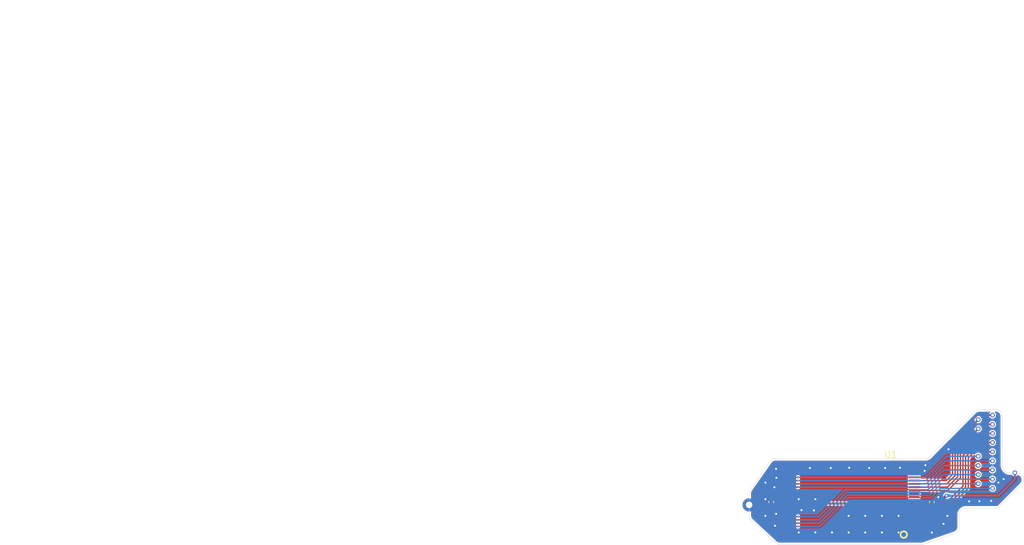
<source format=kicad_pcb>
(kicad_pcb (version 20240108) (generator "pcbnew") (generator_version "8.0")
  (layers (0 "F.Cu" signal) (31 "B.Cu" signal) (34 "B.Paste" user) (35 "F.Paste" user) (36 "B.SilkS" user "B.Silkscreen") (37 "F.SilkS" user "F.Silkscreen") (38 "B.Mask" user) (39 "F.Mask" user) (44 "Edge.Cuts" user))
  (net 0 "")
  (net 1 "GND")
  (net 2 "3v3")
  (net 3 "IO7")
  (net 4 "IO5")
  (net 5 "IO3")
  (net 6 "WE")
  (net 7 "IO6")
  (net 8 "IO2")
  (net 9 "IO1")
  (net 10 "RE")
  (net 11 "IO4")
  (net 12 "CLE")
  (net 13 "IO0")
  (net 14 "ALE")
  (net 15 "WP")
  (net 17 "RB")
  (net 18 "CE")
  (footprint "wiiu-nand-thing:wii-single-via-0.5mm" (layer "F.Cu") (at 139.32 63.83)
    (property "Reference" "J32" (hide yes))
    (property "Value" "Conn_01x01" (hide yes))
    (pad "1" thru_hole circle (at 0 0 270) (size 0.7 0.7) (drill 0.4) (layers "*.Cu" "*.Mask") (net 7 "IO6"))
  )
  (footprint "wiiu-nand-thing:wii-single-via-0.5mm" (layer "F.Cu") (at 141.51 58.96)
    (property "Reference" "J32" (hide yes))
    (property "Value" "Conn_01x01" (hide yes))
    (pad "1" thru_hole circle (at 0 0 270) (size 0.7 0.508) (drill 0.4) (layers "*.Cu" "*.Mask") (net 17 "RB"))
  )
  (footprint "wiiu-nand-thing:wii-single-via-0.5mm" (layer "F.Cu") (at 139.32 62.44)
    (property "Reference" "J32" (hide yes))
    (property "Value" "Conn_01x01" (hide yes))
    (pad "1" thru_hole circle (at 0 0 270) (size 0.7 0.508) (drill 0.4) (layers "*.Cu" "*.Mask") (net 11 "IO4"))
  )
  (footprint "wiiu-nand-thing:wii-single-via-0.5mm" (layer "F.Cu") (at 141.51 56.16)
    (property "Reference" "J32" (hide yes))
    (property "Value" "Conn_01x01" (hide yes))
    (pad "1" thru_hole circle (at 0 0 270) (size 0.7 0.508) (drill 0.4) (layers "*.Cu" "*.Mask") (net 18 "CE"))
  )
  (footprint "" (layer "F.Cu") (at 144.91 62.18)
    (property "Reference" "" (at 0 0 0) (layer "F.SilkS") (effects (font (size 1.27 1.27))))
    (property "Value" "")
    (pad "1" thru_hole circle (at 0 0 270) (size 0.7 7) (drill 0.4) (property pad_prop_castellated) (layers "*.Cu" "*.Mask") (net 2 "3v3"))
  )
  (footprint "wiiu-nand-thing:wii-single-via-0.5mm" (layer "F.Cu") (at 139.32 55.46)
    (property "Reference" "J32" (hide yes))
    (property "Value" "Conn_01x01" (hide yes))
    (pad "1" thru_hole circle (at 0 0 270) (size 0.7 0.508) (drill 0.4) (layers "*.Cu" "*.Mask") (net 12 "CLE"))
  )
  (footprint "wiiu-nand-thing:wii-single-via-0.5mm" (layer "F.Cu") (at 139.31 61.06)
    (property "Reference" "J32" (hide yes))
    (property "Value" "Conn_01x01" (hide yes))
    (pad "1" thru_hole circle (at 0 0 270) (size 0.7 0.508) (drill 0.4) (layers "*.Cu" "*.Mask") (net 8 "IO2"))
  )
  (footprint "wiiu-nand-thing:wii-single-via-0.5mm" (layer "F.Cu") (at 139.32 54.06)
    (property "Reference" "J32" (hide yes))
    (property "Value" "Conn_01x01" (hide yes))
    (pad "1" thru_hole circle (at 0 0 270) (size 0.7 0.508) (drill 0.4) (layers "*.Cu" "*.Mask") (net 6 "WE"))
  )
  (footprint "Capacitor_SMD:C_0402_1005Metric" (layer "F.Cu") (at 107.73 66.64 90)
    (property "Reference" "C2" (hide yes))
    (property "Value" "1uF")
    (fp_line (start -0.107836 -0.36) (end 0.107836 -0.36) (stroke (width 0.12)) (layer "F.SilkS"))
    (fp_line (start -0.107836 0.36) (end 0.107836 0.36) (stroke (width 0.12)) (layer "F.SilkS"))
    (pad "1" smd roundrect (at -0.48 0 90) (size 0.56 0.62) (layers "F.Cu" "F.Paste" "F.Mask") (net 2 "3v3"))
    (pad "2" smd roundrect (at 0.48 0 90) (size 0.56 0.62) (layers "F.Cu" "F.Paste" "F.Mask") (net 1 "GND"))
  )
  (footprint "wiiu-nand-thing:wii-single-via-0.5mm" (layer "F.Cu") (at 141.51 64.55)
    (property "Reference" "J32" (hide yes))
    (property "Value" "Conn_01x01" (hide yes))
    (pad "1" thru_hole circle (at 0 0 270) (size 0.7 0.508) (drill 0.4) (layers "*.Cu" "*.Mask") (net 3 "IO7"))
  )
  (footprint "wiiu-nand-thing:NPTH_3mm_ID" (layer "F.Cu") (at 104.35 67.07)
    (property "Reference" "H1" (hide yes))
    (property "Value" "3mm_Mounting_Hole" (hide yes))
    (pad "" thru_hole circle (at 0 0) (size 2 2) (drill 1) (property pad_prop_castellated) (layers "*.Cu" "*.Mask") (net 1 "GND"))
  )
  (footprint "wiiu-nand-thing:wii-single-via-0.5mm" (layer "F.Cu") (at 141.5 61.74)
    (property "Reference" "J32" (hide yes))
    (property "Value" "Conn_01x01" (hide yes))
    (pad "1" thru_hole circle (at 0 0 270) (size 0.7 0.508) (drill 0.4) (layers "*.Cu" "*.Mask") (net 5 "IO3"))
  )
  (footprint "wiiu-nand-thing:wii-single-via-0.5mm" (layer "F.Cu") (at 139.32 59.64)
    (property "Reference" "J32" (hide yes))
    (property "Value" "Conn_01x01" (hide yes))
    (pad "1" thru_hole circle (at 0 0 270) (size 0.7 0.508) (drill 0.4) (layers "*.Cu" "*.Mask") (net 13 "IO0"))
  )
  (footprint "wiiu-nand-thing:wii-single-via-0.5mm" (layer "F.Cu") (at 141.5 54.77)
    (property "Reference" "J32" (hide yes))
    (property "Value" "Conn_01x01" (hide yes))
    (pad "1" thru_hole circle (at 0 0 270) (size 0.7 0.508) (drill 0.4) (layers "*.Cu" "*.Mask") (net 14 "ALE"))
  )
  (footprint "wiiu-nand-thing:wii-single-via-0.5mm" (layer "F.Cu") (at 141.5 63.14)
    (property "Reference" "J32" (hide yes))
    (property "Value" "Conn_01x01" (hide yes))
    (pad "1" thru_hole circle (at 0 0 270) (size 0.7 0.508) (drill 0.4) (layers "*.Cu" "*.Mask") (net 4 "IO5"))
  )
  (footprint "Capacitor_SMD:C_0402_1005Metric" (layer "F.Cu") (at 132.23 66.64 90)
    (property "Reference" "C1" (hide yes))
    (property "Value" "1uF")
    (fp_line (start -0.107836 -0.36) (end 0.107836 -0.36) (stroke (width 0.12)) (layer "F.SilkS"))
    (fp_line (start -0.107836 0.36) (end 0.107836 0.36) (stroke (width 0.12)) (layer "F.SilkS"))
    (pad "1" smd roundrect (at -0.48 0 90) (size 0.56 0.62) (layers "F.Cu" "F.Paste" "F.Mask") (net 2 "3v3"))
    (pad "2" smd roundrect (at 0.48 0 90) (size 0.56 0.62) (layers "F.Cu" "F.Paste" "F.Mask") (net 1 "GND"))
  )
  (footprint "wiiu-nand-thing:wii-single-via-0.5mm" (layer "F.Cu") (at 141.51 57.55)
    (property "Reference" "J32" (hide yes))
    (property "Value" "Conn_01x01" (hide yes))
    (pad "1" thru_hole circle (at 0 0 270) (size 0.7 0.508) (drill 0.4) (layers "*.Cu" "*.Mask") (net 10 "RE"))
  )
  (footprint "wiiu-nand-thing:TSOP-48" (layer "F.Cu") (at 119.23 66.64 180)
    (property "Reference" "U1" (at -6.731 7.239 0) (layer "F.SilkS"))
    (property "Value" "~")
    (fp_circle (center -8.73 -4.97) (end -8.23 -4.97) (stroke (width 0.254)) (fill none) (layer "F.SilkS"))
    (pad "1" smd rect (at -10.33 -5.72 180) (size 1.6 0.3) (layers "F.Cu" "F.Paste" "F.Mask"))
    (pad "2" smd rect (at -10.33 -5.22 180) (size 1.6 0.3) (layers "F.Cu" "F.Paste" "F.Mask"))
    (pad "3" smd rect (at -10.33 -4.72 180) (size 1.6 0.3) (layers "F.Cu" "F.Paste" "F.Mask"))
    (pad "4" smd rect (at -10.33 -4.22 180) (size 1.6 0.3) (layers "F.Cu" "F.Paste" "F.Mask"))
    (pad "5" smd rect (at -10.33 -3.72 180) (size 1.6 0.3) (layers "F.Cu" "F.Paste" "F.Mask"))
    (pad "6" smd rect (at -10.33 -3.22 180) (size 1.6 0.3) (layers "F.Cu" "F.Paste" "F.Mask"))
    (pad "7" smd rect (at -10.33 -2.72 180) (size 1.6 0.3) (layers "F.Cu" "F.Paste" "F.Mask") (net 17 "RB"))
    (pad "8" smd rect (at -10.33 -2.22 180) (size 1.6 0.3) (layers "F.Cu" "F.Paste" "F.Mask") (net 10 "RE"))
    (pad "9" smd rect (at -10.33 -1.72 180) (size 1.6 0.3) (layers "F.Cu" "F.Paste" "F.Mask") (net 18 "CE"))
    (pad "10" smd rect (at -10.33 -1.22 180) (size 1.6 0.3) (layers "F.Cu" "F.Paste" "F.Mask"))
    (pad "11" smd rect (at -10.33 -0.72 180) (size 1.6 0.3) (layers "F.Cu" "F.Paste" "F.Mask"))
    (pad "12" smd rect (at -10.33 -0.22 180) (size 1.6 0.3) (layers "F.Cu" "F.Paste" "F.Mask") (net 2 "3v3"))
    (pad "13" smd rect (at -10.33 0.28 180) (size 1.6 0.3) (layers "F.Cu" "F.Paste" "F.Mask") (net 1 "GND"))
    (pad "14" smd rect (at -10.33 0.78 180) (size 1.6 0.3) (layers "F.Cu" "F.Paste" "F.Mask"))
    (pad "15" smd rect (at -10.33 1.28 180) (size 1.6 0.3) (layers "F.Cu" "F.Paste" "F.Mask"))
    (pad "16" smd rect (at -10.33 1.78 180) (size 1.6 0.3) (layers "F.Cu" "F.Paste" "F.Mask") (net 12 "CLE"))
    (pad "17" smd rect (at -10.33 2.28 180) (size 1.6 0.3) (layers "F.Cu" "F.Paste" "F.Mask") (net 14 "ALE"))
    (pad "18" smd rect (at -10.33 2.78 180) (size 1.6 0.3) (layers "F.Cu" "F.Paste" "F.Mask") (net 6 "WE"))
    (pad "19" smd rect (at -10.33 3.28 180) (size 1.6 0.3) (layers "F.Cu" "F.Paste" "F.Mask") (net 15 "WP"))
    (pad "20" smd rect (at -10.33 3.78 180) (size 1.6 0.3) (layers "F.Cu" "F.Paste" "F.Mask"))
    (pad "21" smd rect (at -10.33 4.28 180) (size 1.6 0.3) (layers "F.Cu" "F.Paste" "F.Mask"))
    (pad "22" smd rect (at -10.33 4.78 180) (size 1.6 0.3) (layers "F.Cu" "F.Paste" "F.Mask"))
    (pad "23" smd rect (at -10.33 5.28 180) (size 1.6 0.3) (layers "F.Cu" "F.Paste" "F.Mask"))
    (pad "24" smd rect (at -10.33 5.78 180) (size 1.6 0.3) (layers "F.Cu" "F.Paste" "F.Mask"))
    (pad "25" smd rect (at 8.87 5.78 180) (size 1.6 0.3) (layers "F.Cu" "F.Paste" "F.Mask"))
    (pad "26" smd rect (at 8.87 5.28 180) (size 1.6 0.3) (layers "F.Cu" "F.Paste" "F.Mask"))
    (pad "27" smd rect (at 8.87 4.78 180) (size 1.6 0.3) (layers "F.Cu" "F.Paste" "F.Mask"))
    (pad "28" smd rect (at 8.87 4.28 180) (size 1.6 0.3) (layers "F.Cu" "F.Paste" "F.Mask"))
    (pad "29" smd rect (at 8.87 3.78 180) (size 1.6 0.3) (layers "F.Cu" "F.Paste" "F.Mask") (net 13 "IO0"))
    (pad "30" smd rect (at 8.87 3.28 180) (size 1.6 0.3) (layers "F.Cu" "F.Paste" "F.Mask") (net 9 "IO1"))
    (pad "31" smd rect (at 8.87 2.78 180) (size 1.6 0.3) (layers "F.Cu" "F.Paste" "F.Mask") (net 8 "IO2"))
    (pad "32" smd rect (at 8.87 2.28 180) (size 1.6 0.3) (layers "F.Cu" "F.Paste" "F.Mask") (net 5 "IO3"))
    (pad "33" smd rect (at 8.87 1.78 180) (size 1.6 0.3) (layers "F.Cu" "F.Paste" "F.Mask"))
    (pad "34" smd rect (at 8.87 1.28 180) (size 1.6 0.3) (layers "F.Cu" "F.Paste" "F.Mask"))
    (pad "35" smd rect (at 8.87 0.78 180) (size 1.6 0.3) (layers "F.Cu" "F.Paste" "F.Mask"))
    (pad "36" smd rect (at 8.87 0.28 180) (size 1.6 0.3) (layers "F.Cu" "F.Paste" "F.Mask") (net 1 "GND"))
    (pad "37" smd rect (at 8.87 -0.22 180) (size 1.6 0.3) (layers "F.Cu" "F.Paste" "F.Mask") (net 2 "3v3"))
    (pad "38" smd rect (at 8.87 -0.72 180) (size 1.6 0.3) (layers "F.Cu" "F.Paste" "F.Mask"))
    (pad "39" smd rect (at 8.87 -1.22 180) (size 1.6 0.3) (layers "F.Cu" "F.Paste" "F.Mask"))
    (pad "40" smd rect (at 8.87 -1.72 180) (size 1.6 0.3) (layers "F.Cu" "F.Paste" "F.Mask"))
    (pad "41" smd rect (at 8.87 -2.22 180) (size 1.6 0.3) (layers "F.Cu" "F.Paste" "F.Mask") (net 11 "IO4"))
    (pad "42" smd rect (at 8.87 -2.72 180) (size 1.6 0.3) (layers "F.Cu" "F.Paste" "F.Mask") (net 4 "IO5"))
    (pad "43" smd rect (at 8.87 -3.22 180) (size 1.6 0.3) (layers "F.Cu" "F.Paste" "F.Mask") (net 7 "IO6"))
    (pad "44" smd rect (at 8.87 -3.72 180) (size 1.6 0.3) (layers "F.Cu" "F.Paste" "F.Mask") (net 3 "IO7"))
    (pad "45" smd rect (at 8.87 -4.22 180) (size 1.6 0.3) (layers "F.Cu" "F.Paste" "F.Mask"))
    (pad "46" smd rect (at 8.87 -4.72 180) (size 1.6 0.3) (layers "F.Cu" "F.Paste" "F.Mask"))
    (pad "47" smd rect (at 8.87 -5.22 180) (size 1.6 0.3) (layers "F.Cu" "F.Paste" "F.Mask"))
    (pad "48" smd rect (at 8.87 -5.72 180) (size 1.6 0.3) (layers "F.Cu" "F.Paste" "F.Mask"))
  )
  (footprint "wiiu-nand-thing:wii-single-via-0.5mm" (layer "F.Cu") (at 141.51 53.36)
    (property "Reference" "J32" (hide yes))
    (property "Value" "Conn_01x01" (hide yes))
    (pad "1" thru_hole circle (at 0 0 270) (size 0.7 0.508) (drill 0.4) (layers "*.Cu" "*.Mask") (net 15 "WP"))
  )
  (footprint "wiiu-nand-thing:wii-single-via-0.5mm" (layer "F.Cu") (at 141.51 60.35)
    (property "Reference" "J32" (hide yes))
    (property "Value" "Conn_01x01" (hide yes))
    (pad "1" thru_hole circle (at 0 0 270) (size 0.7 0.508) (drill 0.4) (layers "*.Cu" "*.Mask") (net 9 "IO1"))
  )
  (gr_arc (start 107.541315 60.455202) (mid 107.898523 60.142645) (end 108.35961 60.03) (stroke (width 0.05)) (layer "Edge.Cuts"))
  (gr_line (start 136.42 70.457669) (end 136.42 68.564205) (stroke (width 0.05)) (layer "Edge.Cuts"))
  (gr_line (start 142.372939 67.537052) (end 145.917107 63.982893) (stroke (width 0.05)) (layer "Edge.Cuts"))
  (gr_arc (start 142.021126 52.55) (mid 142.727835 52.842495) (end 143.021125 53.548874) (stroke (width 0.05)) (layer "Edge.Cuts"))
  (gr_line (start 146.21 63.275786) (end 146.21 63.189499) (stroke (width 0.05)) (layer "Edge.Cuts"))
  (gr_line (start 136.712893 67.857098) (end 136.740046 67.829945) (stroke (width 0.05)) (layer "Edge.Cuts"))
  (gr_arc (start 146.21 63.275786) (mid 146.13388 63.658469) (end 145.917107 63.982893) (stroke (width 0.05)) (layer "Edge.Cuts"))
  (gr_arc (start 143.254734 61.705481) (mid 143.087752 61.409395) (end 143.0296 61.07448) (stroke (width 0.05)) (layer "Edge.Cuts"))
  (gr_arc (start 136.42 70.457669) (mid 136.234495 71.037871) (end 135.746764 71.402775) (stroke (width 0.05)) (layer "Edge.Cuts"))
  (gr_line (start 143.349769 61.821975) (end 143.254734 61.705481) (stroke (width 0.05)) (layer "Edge.Cuts"))
  (gr_arc (start 136.740046 67.829945) (mid 137.064469 67.613172) (end 137.447153 67.537052) (stroke (width 0.05)) (layer "Edge.Cuts"))
  (gr_arc (start 104.689088 69.44667) (mid 104.453234 69.113734) (end 104.37 68.714304) (stroke (width 0.05)) (layer "Edge.Cuts"))
  (gr_line (start 107.541315 60.455202) (end 104.551705 64.711273) (stroke (width 0.05)) (layer "Edge.Cuts"))
  (gr_arc (start 138.776534 52.846226) (mid 139.102103 52.627023) (end 139.486958 52.55) (stroke (width 0.05)) (layer "Edge.Cuts"))
  (gr_arc (start 104.37 65.286071) (mid 104.416508 64.984654) (end 104.551705 64.711273) (stroke (width 0.05)) (layer "Edge.Cuts"))
  (gr_arc (start 130.938771 73.065106) (mid 130.777679 73.106182) (end 130.612007 73.12) (stroke (width 0.05)) (layer "Edge.Cuts"))
  (gr_arc (start 131.953453 59.733774) (mid 131.627884 59.952977) (end 131.243029 60.03) (stroke (width 0.05)) (layer "Edge.Cuts"))
  (gr_arc (start 109.033053 73.12) (mid 108.667243 73.05069) (end 108.352142 72.852366) (stroke (width 0.05)) (layer "Edge.Cuts"))
  (gr_line (start 104.37 65.286071) (end 104.37 68.714304) (stroke (width 0.05)) (layer "Edge.Cuts"))
  (gr_line (start 143.0296 61.07448) (end 143.021125 53.548874) (stroke (width 0.05)) (layer "Edge.Cuts"))
  (gr_line (start 130.938771 73.065106) (end 135.746764 71.402775) (stroke (width 0.05)) (layer "Edge.Cuts"))
  (gr_line (start 131.243029 60.03) (end 108.35961 60.03) (stroke (width 0.05)) (layer "Edge.Cuts"))
  (gr_line (start 109.033053 73.12) (end 130.612007 73.12) (stroke (width 0.05)) (layer "Edge.Cuts"))
  (gr_arc (start 136.42 68.564205) (mid 136.496119 68.181521) (end 136.712893 67.857098) (stroke (width 0.05)) (layer "Edge.Cuts"))
  (gr_line (start 137.447153 67.537052) (end 142.372939 67.537052) (stroke (width 0.05)) (layer "Edge.Cuts"))
  (gr_line (start 142.021126 52.55) (end 139.486958 52.55) (stroke (width 0.05)) (layer "Edge.Cuts"))
  (gr_line (start 104.689088 69.44667) (end 108.352142 72.852366) (stroke (width 0.05)) (layer "Edge.Cuts"))
  (gr_arc (start 144.124954 62.189847) (mid 143.695896 62.093286) (end 143.349769 61.821975) (stroke (width 0.05)) (layer "Edge.Cuts"))
  (gr_line (start 138.776534 52.846226) (end 131.953453 59.733774) (stroke (width 0.05)) (layer "Edge.Cuts"))
  (gr_arc (start 145.209679 62.189499) (mid 145.916993 62.482279) (end 146.21 63.189499) (stroke (width 0.05)) (layer "Edge.Cuts"))
  (gr_line (start 145.209679 62.189499) (end 144.124954 62.189847) (stroke (width 0.05)) (layer "Edge.Cuts"))
  (via (at 131.14 61.88) (size 0.6) (drill 0.3) (layers "F.Cu" "B.Cu") (net 1))
  (via (at 108.51 62.94) (size 0.6) (drill 0.3) (layers "F.Cu" "B.Cu") (net 1))
  (via (at 113.63 61.44) (size 0.6) (drill 0.3) (layers "F.Cu" "B.Cu") (net 1))
  (via (at 114.46 71.28) (size 0.6) (drill 0.3) (layers "F.Cu" "B.Cu") (net 1))
  (via (at 114.24 67.91) (size 0.6) (drill 0.3) (layers "F.Cu" "B.Cu") (net 1))
  (via (at 124.62 71.28) (size 0.6) (drill 0.3) (layers "F.Cu" "B.Cu") (net 1))
  (via (at 143.2 63.12) (size 0.6) (drill 0.3) (layers "F.Cu" "B.Cu") (net 1))
  (via (at 111.92 71.28) (size 0.6) (drill 0.3) (layers "F.Cu" "B.Cu") (net 1))
  (via (at 119.54 68.74) (size 0.6) (drill 0.3) (layers "F.Cu" "B.Cu") (net 1))
  (via (at 134.03 69.96) (size 0.6) (drill 0.3) (layers "F.Cu" "B.Cu") (net 1))
  (via (at 108.46 61.57) (size 0.6) (drill 0.3) (layers "F.Cu" "B.Cu") (net 1))
  (via (at 137.94 66.53) (size 0.6) (drill 0.3) (layers "F.Cu" "B.Cu") (net 1))
  (via (at 108.3 70.25) (size 0.6) (drill 0.3) (layers "F.Cu" "B.Cu") (net 1))
  (via (at 108.48 68.44) (size 0.6) (drill 0.3) (layers "F.Cu" "B.Cu") (net 1))
  (via (at 125.11 61.43) (size 0.6) (drill 0.3) (layers "F.Cu" "B.Cu") (net 1))
  (via (at 127.39 61.4) (size 0.6) (drill 0.3) (layers "F.Cu" "B.Cu") (net 1))
  (via (at 141.3 66.46) (size 0.6) (drill 0.3) (layers "F.Cu" "B.Cu") (net 1))
  (via (at 106.84 68.74) (size 0.6) (drill 0.3) (layers "F.Cu" "B.Cu") (net 1))
  (via (at 106.84 66.2) (size 0.6) (drill 0.3) (layers "F.Cu" "B.Cu") (net 1))
  (via (at 111.92 66.2) (size 0.6) (drill 0.3) (layers "F.Cu" "B.Cu") (net 1))
  (via (at 112.35 67.88) (size 0.6) (drill 0.3) (layers "F.Cu" "B.Cu") (net 1))
  (via (at 132.24 71.28) (size 0.6) (drill 0.3) (layers "F.Cu" "B.Cu") (net 1))
  (via (at 127.16 68.74) (size 0.6) (drill 0.3) (layers "F.Cu" "B.Cu") (net 1))
  (via (at 119.63 61.4) (size 0.6) (drill 0.3) (layers "F.Cu" "B.Cu") (net 1))
  (via (at 134.78 58.58) (size 0.6) (drill 0.3) (layers "F.Cu" "B.Cu") (net 1))
  (via (at 134.62 68.75) (size 0.6) (drill 0.3) (layers "F.Cu" "B.Cu") (net 1))
  (via (at 106.84 63.66) (size 0.6) (drill 0.3) (layers "F.Cu" "B.Cu") (net 1))
  (via (at 139.5 66.51) (size 0.6) (drill 0.3) (layers "F.Cu" "B.Cu") (net 1))
  (via (at 131.25 61.01) (size 0.6) (drill 0.3) (layers "F.Cu" "B.Cu") (net 1))
  (via (at 133.23 65.89) (size 0.6) (drill 0.3) (layers "F.Cu" "B.Cu") (net 1))
  (via (at 122.68 61.43) (size 0.6) (drill 0.3) (layers "F.Cu" "B.Cu") (net 1))
  (via (at 119.54 71.28) (size 0.6) (drill 0.3) (layers "F.Cu" "B.Cu") (net 1))
  (via (at 114.46 66.2) (size 0.6) (drill 0.3) (layers "F.Cu" "B.Cu") (net 1))
  (via (at 122.08 71.28) (size 0.6) (drill 0.3) (layers "F.Cu" "B.Cu") (net 1))
  (via (at 122.08 68.74) (size 0.6) (drill 0.3) (layers "F.Cu" "B.Cu") (net 1))
  (via (at 142.4 63.66) (size 0.6) (drill 0.3) (layers "F.Cu" "B.Cu") (net 1))
  (via (at 116.81 61.43) (size 0.6) (drill 0.3) (layers "F.Cu" "B.Cu") (net 1))
  (via (at 127.16 71.28) (size 0.6) (drill 0.3) (layers "F.Cu" "B.Cu") (net 1))
  (via (at 108.21 64.38) (size 0.6) (drill 0.3) (layers "F.Cu" "B.Cu") (net 1))
  (via (at 124.62 68.74) (size 0.6) (drill 0.3) (layers "F.Cu" "B.Cu") (net 1))
  (via (at 117 71.28) (size 0.6) (drill 0.3) (layers "F.Cu" "B.Cu") (net 1))
  (segment (start 107.99 66.86) (end 107.73 67.12) (width 0.3) (layer "F.Cu") (net 2))
  (segment (start 110.36 66.86) (end 107.99 66.86) (width 0.3) (layer "F.Cu") (net 2))
  (segment (start 134.48 65.66) (end 133.02 67.12) (width 0.3) (layer "F.Cu") (net 2))
  (segment (start 129.56 66.86) (end 110.36 66.86) (width 0.3) (layer "F.Cu") (net 2))
  (segment (start 133.02 67.12) (end 132.23 67.12) (width 0.3) (layer "F.Cu") (net 2))
  (segment (start 129.56 66.86) (end 131.97 66.86) (width 0.3) (layer "F.Cu") (net 2))
  (segment (start 131.97 66.86) (end 132.23 67.12) (width 0.3) (layer "F.Cu") (net 2))
  (via (at 134.48 65.66) (size 0.6) (drill 0.3) (layers "F.Cu" "B.Cu") (net 2))
  (segment (start 144.91 62.18) (end 144.91 63.17) (width 0.3) (layer "B.Cu") (net 2))
  (segment (start 142.42 65.66) (end 134.48 65.66) (width 0.3) (layer "B.Cu") (net 2))
  (segment (start 144.91 63.17) (end 142.42 65.66) (width 0.3) (layer "B.Cu") (net 2))
  (segment (start 111.82 70.36) (end 110.36 70.36) (width 0.2) (layer "F.Cu") (net 3))
  (via micro (at 111.82 70.36) (size 0.3) (drill 0.1) (layers "F.Cu" "B.Cu") (net 3))
  (segment (start 119.557195 65.959863) (end 115.157058 70.36) (width 0.2) (layer "B.Cu") (net 3))
  (segment (start 133.539802 64.55) (end 132.129939 65.959863) (width 0.2) (layer "B.Cu") (net 3))
  (segment (start 115.157058 70.36) (end 111.82 70.36) (width 0.2) (layer "B.Cu") (net 3))
  (segment (start 141.51 64.55) (end 133.539802 64.55) (width 0.2) (layer "B.Cu") (net 3))
  (segment (start 132.129939 65.959863) (end 119.557195 65.959863) (width 0.2) (layer "B.Cu") (net 3))
  (segment (start 111.81 69.36) (end 110.36 69.36) (width 0.2) (layer "F.Cu") (net 4))
  (via micro (at 111.81 69.36) (size 0.3) (drill 0.1) (layers "F.Cu" "B.Cu") (net 4))
  (segment (start 141.5 63.14) (end 133.81843 63.14) (width 0.2) (layer "B.Cu") (net 4))
  (segment (start 133.81843 63.14) (end 131.798567 65.159863) (width 0.2) (layer "B.Cu") (net 4))
  (segment (start 119.225823 65.159863) (end 115.025686 69.36) (width 0.2) (layer "B.Cu") (net 4))
  (segment (start 131.798567 65.159863) (end 119.225823 65.159863) (width 0.2) (layer "B.Cu") (net 4))
  (segment (start 115.025686 69.36) (end 111.81 69.36) (width 0.2) (layer "B.Cu") (net 4))
  (segment (start 110.360095 64.359905) (end 110.36 64.36) (width 0.2) (layer "F.Cu") (net 5))
  (segment (start 111.809999 64.359905) (end 110.360095 64.359905) (width 0.2) (layer "F.Cu") (net 5))
  (via micro (at 111.809999 64.359905) (size 0.3) (drill 0.1) (layers "F.Cu" "B.Cu") (net 5))
  (segment (start 111.810041 64.359863) (end 131.467195 64.359863) (width 0.2) (layer "B.Cu") (net 5))
  (segment (start 131.467195 64.359863) (end 134.087058 61.74) (width 0.2) (layer "B.Cu") (net 5))
  (segment (start 111.809999 64.359905) (end 111.810041 64.359863) (width 0.2) (layer "B.Cu") (net 5))
  (segment (start 134.087058 61.74) (end 141.5 61.74) (width 0.2) (layer "B.Cu") (net 5))
  (segment (start 134.52 63.86) (end 129.56 63.86) (width 0.2) (layer "F.Cu") (net 6))
  (segment (start 135.8 57.58) (end 135.8 62.58) (width 0.2) (layer "F.Cu") (net 6))
  (segment (start 135.8 62.58) (end 134.52 63.86) (width 0.2) (layer "F.Cu") (net 6))
  (segment (start 139.32 54.06) (end 135.8 57.58) (width 0.2) (layer "F.Cu") (net 6))
  (segment (start 111.82 69.86) (end 110.36 69.86) (width 0.2) (layer "F.Cu") (net 7))
  (via micro (at 111.82 69.86) (size 0.3) (drill 0.1) (layers "F.Cu" "B.Cu") (net 7))
  (segment (start 139.32 63.83) (end 133.694116 63.83) (width 0.2) (layer "B.Cu") (net 7))
  (segment (start 119.391509 65.559863) (end 115.091372 69.86) (width 0.2) (layer "B.Cu") (net 7))
  (segment (start 131.964253 65.559863) (end 119.391509 65.559863) (width 0.2) (layer "B.Cu") (net 7))
  (segment (start 115.091372 69.86) (end 111.82 69.86) (width 0.2) (layer "B.Cu") (net 7))
  (segment (start 133.694116 63.83) (end 131.964253 65.559863) (width 0.2) (layer "B.Cu") (net 7))
  (segment (start 110.360003 63.860003) (end 110.36 63.86) (width 0.2) (layer "F.Cu") (net 8))
  (segment (start 111.82 63.860003) (end 110.360003 63.860003) (width 0.2) (layer "F.Cu") (net 8))
  (via micro (at 111.82 63.860003) (size 0.3) (drill 0.1) (layers "F.Cu" "B.Cu") (net 8))
  (segment (start 139.31 61.06) (end 134.201372 61.06) (width 0.2) (layer "B.Cu") (net 8))
  (segment (start 131.401369 63.860003) (end 111.82 63.860003) (width 0.2) (layer "B.Cu") (net 8))
  (segment (start 134.201372 61.06) (end 131.401369 63.860003) (width 0.2) (layer "B.Cu") (net 8))
  (segment (start 111.82 63.36) (end 110.36 63.36) (width 0.2) (layer "F.Cu") (net 9))
  (via micro (at 111.82 63.36) (size 0.3) (drill 0.1) (layers "F.Cu" "B.Cu") (net 9))
  (segment (start 131.335686 63.36) (end 111.82 63.36) (width 0.2) (layer "B.Cu") (net 9))
  (segment (start 141.51 60.35) (end 134.345686 60.35) (width 0.2) (layer "B.Cu") (net 9))
  (segment (start 134.345686 60.35) (end 131.335686 63.36) (width 0.2) (layer "B.Cu") (net 9))
  (segment (start 137.4 64.364314) (end 132.904314 68.86) (width 0.2) (layer "F.Cu") (net 10))
  (segment (start 137.4 59.734314) (end 137.4 64.364314) (width 0.2) (layer "F.Cu") (net 10))
  (segment (start 139.584314 57.55) (end 137.4 59.734314) (width 0.2) (layer "F.Cu") (net 10))
  (segment (start 141.51 57.55) (end 139.584314 57.55) (width 0.2) (layer "F.Cu") (net 10))
  (segment (start 132.904314 68.86) (end 129.56 68.86) (width 0.2) (layer "F.Cu") (net 10))
  (segment (start 111.82 68.86) (end 110.36 68.86) (width 0.2) (layer "F.Cu") (net 11))
  (via micro (at 111.82 68.86) (size 0.3) (drill 0.1) (layers "F.Cu" "B.Cu") (net 11))
  (segment (start 139.32 62.44) (end 133.952744 62.44) (width 0.2) (layer "B.Cu") (net 11))
  (segment (start 119.060137 64.759863) (end 114.96 68.86) (width 0.2) (layer "B.Cu") (net 11))
  (segment (start 131.632881 64.759863) (end 119.060137 64.759863) (width 0.2) (layer "B.Cu") (net 11))
  (segment (start 133.952744 62.44) (end 131.632881 64.759863) (width 0.2) (layer "B.Cu") (net 11))
  (segment (start 114.96 68.86) (end 111.82 68.86) (width 0.2) (layer "B.Cu") (net 11))
  (segment (start 139.32 55.46) (end 136.6 58.18) (width 0.2) (layer "F.Cu") (net 12))
  (segment (start 136.6 58.18) (end 136.6 62.95) (width 0.2) (layer "F.Cu") (net 12))
  (segment (start 136.6 62.95) (end 134.69 64.86) (width 0.2) (layer "F.Cu") (net 12))
  (segment (start 134.69 64.86) (end 129.56 64.86) (width 0.2) (layer "F.Cu") (net 12))
  (segment (start 111.82 62.86) (end 110.36 62.86) (width 0.2) (layer "F.Cu") (net 13))
  (via micro (at 111.82 62.86) (size 0.3) (drill 0.1) (layers "F.Cu" "B.Cu") (net 13))
  (segment (start 134.49 59.64) (end 131.27 62.86) (width 0.2) (layer "B.Cu") (net 13))
  (segment (start 139.32 59.64) (end 134.49 59.64) (width 0.2) (layer "B.Cu") (net 13))
  (segment (start 131.27 62.86) (end 111.82 62.86) (width 0.2) (layer "B.Cu") (net 13))
  (segment (start 139.226525 54.77) (end 136.2 57.796525) (width 0.2) (layer "F.Cu") (net 14))
  (segment (start 129.56 64.36) (end 129.61 64.41) (width 0.2) (layer "F.Cu") (net 14))
  (segment (start 129.61 64.41) (end 129.75 64.41) (width 0.2) (layer "F.Cu") (net 14))
  (segment (start 136.2 57.796525) (end 136.2 62.78) (width 0.2) (layer "F.Cu") (net 14))
  (segment (start 134.62 64.36) (end 129.56 64.36) (width 0.2) (layer "F.Cu") (net 14))
  (segment (start 136.2 62.78) (end 134.62 64.36) (width 0.2) (layer "F.Cu") (net 14))
  (segment (start 141.5 54.77) (end 139.226525 54.77) (width 0.2) (layer "F.Cu") (net 14))
  (segment (start 135.4 57.196525) (end 135.4 62.4) (width 0.2) (layer "F.Cu") (net 15))
  (segment (start 139.236525 53.36) (end 135.4 57.196525) (width 0.2) (layer "F.Cu") (net 15))
  (segment (start 141.51 53.36) (end 139.236525 53.36) (width 0.2) (layer "F.Cu") (net 15))
  (segment (start 134.44 63.36) (end 129.56 63.36) (width 0.2) (layer "F.Cu") (net 15))
  (segment (start 135.4 62.4) (end 134.44 63.36) (width 0.2) (layer "F.Cu") (net 15))
  (segment (start 141.51 58.96) (end 138.74 58.96) (width 0.2) (layer "F.Cu") (net 17))
  (segment (start 132.97 69.36) (end 129.56 69.36) (width 0.2) (layer "F.Cu") (net 17))
  (segment (start 137.8 64.53) (end 132.97 69.36) (width 0.2) (layer "F.Cu") (net 17))
  (segment (start 138.74 58.96) (end 137.8 59.9) (width 0.2) (layer "F.Cu") (net 17))
  (segment (start 137.8 59.9) (end 137.8 64.53) (width 0.2) (layer "F.Cu") (net 17))
  (segment (start 141.51 56.16) (end 140.408628 56.16) (width 0.2) (layer "F.Cu") (net 18))
  (segment (start 132.83 68.36) (end 129.56 68.36) (width 0.2) (layer "F.Cu") (net 18))
  (segment (start 140.408628 56.16) (end 137 59.568628) (width 0.2) (layer "F.Cu") (net 18))
  (segment (start 137 59.568628) (end 137 64.19) (width 0.2) (layer "F.Cu") (net 18))
  (segment (start 137 64.19) (end 132.83 68.36) (width 0.2) (layer "F.Cu") (net 18))
  (zone (net 1) (net_name "GND") (layers "F&B.Cu") (connect_pads yes (clearance 0.1)) (min_thickness 0.1) (fill yes (thermal_gap 0) (thermal_bridge_width 0.5))
    (polygon (pts (xy 108.57 73.14) (xy 130.83 73.18) (xy 136.38 71.33) (xy 136.96 67.82) (xy 142.34 67.6) (xy 146.32 63.71) (xy 146.22 62.08) (xy 143.75 61.91) (xy 143.49 52.16) (xy 138.39 52.49) (xy 131.65 59.89) (xy 107.8 59.91) (xy 104.29 64.9) (xy 104.28 69.06)))
  )
)
</source>
